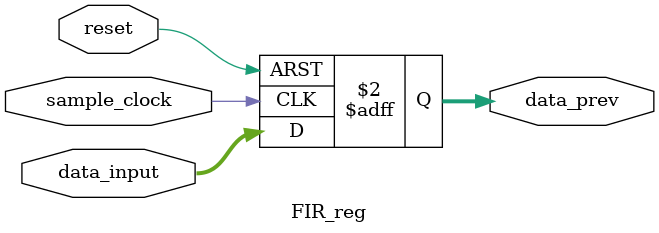
<source format=v>
module fir_filter (sample_clock,reset,input_sample,FIR_output_sample);
	parameter tap_num=13; //number of delay blocks in FIR filter; must be odd number	
	input reset;
	input sample_clock;
	input signed [15:0] input_sample;
	output signed [15:0] FIR_output_sample;	
	reg signed [15:0] coeff [(tap_num-1)/2:0];	
	
	wire signed [15:0] FIR_input_history [tap_num-1:0];	// FIR_input_history[k] means x(n-k)
	wire signed [15:0] adder_wire [(tap_num-3)/2:0];
	wire signed [15:0] tap_wire [(tap_num-3)/2:0];
	wire signed [15:0] main_adder_wire [(tap_num-1)/2:0]; // including the middle coeff wire
	wire signed [15:0] main_wire [(tap_num-1)/2:0]; // including the middle coeff wire	
	
	always @(*) begin	
		coeff[  0]=      6375;
		coeff[  1]=         1;
		coeff[  2]=     -3656;
		coeff[  3]=         3;
		coeff[  4]=      4171;
		coeff[  5]=         4;
		coeff[  6]=     28404;
//		coeff[  7]=         4;
//		coeff[  8]=      4171;
//		coeff[  9]=         3;
//		coeff[ 10]=     -3656;
//		coeff[ 11]=         1;
//		coeff[ 12]=      6375;
	end
	
	assign FIR_input_history[0]=input_sample;
	generate
		genvar i;
		for (i=0;i<=tap_num-2;i=i+1) begin: reg_gen
			FIR_reg fir_reg(sample_clock,reset,FIR_input_history[i],FIR_input_history[i+1]);
		end		
		//symmetric structure
		for (i=0;i<=(tap_num-3)/2;i=i+1) begin: main_wire_gen
			assign adder_wire[i]=FIR_input_history[i]+FIR_input_history[tap_num-1-i];
			multiplier mp(adder_wire[i],coeff[i],main_adder_wire[i]);
			assign main_wire[i]=main_wire[i+1]+main_adder_wire[i];
		end
	endgenerate
	
	// middle coeff
	//multiplier already applied right shift of 16 to compensate for 32768=2^15 pre-multiplication in coefficients; but 16-15=1 shift beyond
	multiplier mp_m(FIR_input_history[(tap_num-1)/2],coeff[(tap_num-1)/2],main_adder_wire[(tap_num-1)/2]);
	assign main_wire[(tap_num-1)/2]=main_adder_wire[(tap_num-1)/2];	
	assign FIR_output_sample=main_wire[0]; //<<<1
endmodule


module FIR_reg (sample_clock,reset,data_input,data_prev);	
	input reset;
	input sample_clock;
	input signed [15:0] data_input;
	output reg signed [15:0] data_prev;	
	
	always @(posedge reset, posedge sample_clock) begin
		if (reset)
			data_prev<=16'b0;
		else
			data_prev<=data_input;			
	end
endmodule

</source>
